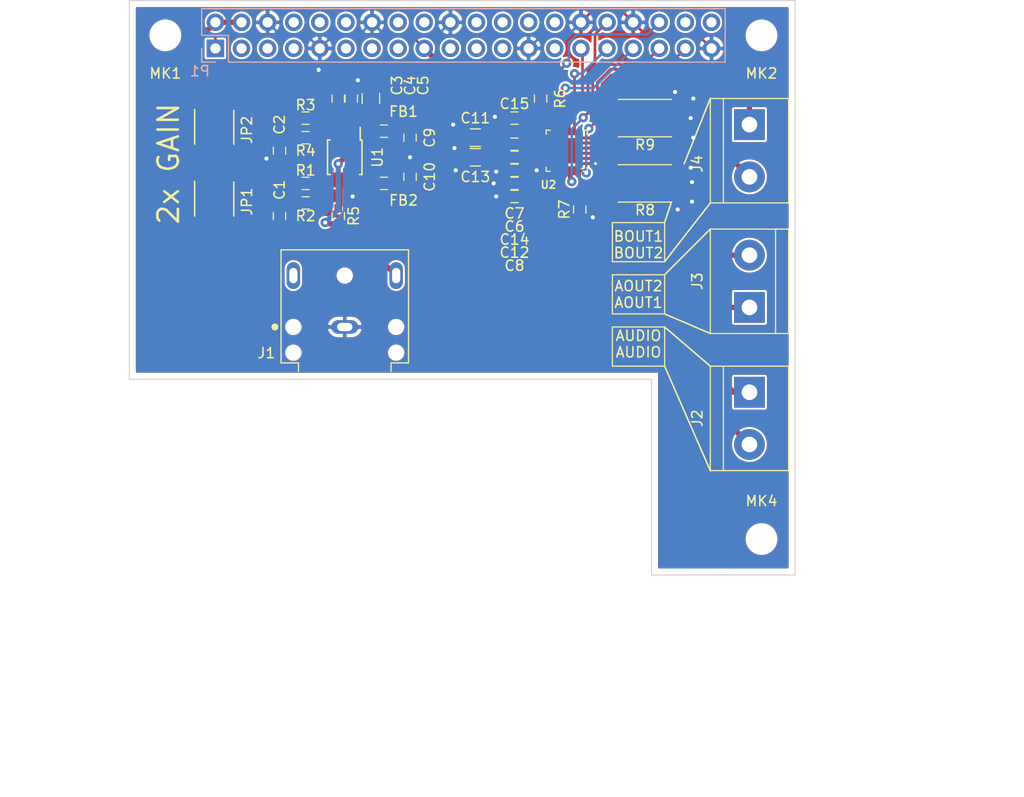
<source format=kicad_pcb>
(kicad_pcb (version 20171130) (host pcbnew "(5.1.6)-1")
  (title_block (date "15 nov 2012"))
  (layers (0 F.Cu signal) (31 B.Cu signal) (34 B.Paste user) (35 F.Paste user) (36 B.SilkS user) (37 F.SilkS user) (38 B.Mask user) (39 F.Mask user) (44 Edge.Cuts user))
  (net 0 "")
  (net 1 +3V3)
  (net 2 +5V)
  (net 3 GND)
  (net 4 /AUD_L)
  (net 5 /AUD_L_C)
  (net 6 /IN-_C)
  (net 7 /VINT)
  (net 8 /AUD_OUTF+)
  (net 9 /AUD_OUTF-)
  (net 10 /VCP)
  (net 11 /AUD_OUT+)
  (net 12 /AUD_OUT-)
  (net 13 "Net-(J1-Pad3)")
  (net 14 /AOUT1)
  (net 15 /AOUT2)
  (net 16 /BOUT1)
  (net 17 /BOUT2)
  (net 18 "Net-(JP1-Pad1)")
  (net 19 "Net-(JP2-Pad1)")
  (net 20 "Net-(P1-Pad3)")
  (net 21 "Net-(P1-Pad5)")
  (net 22 "Net-(P1-Pad7)")
  (net 23 "Net-(P1-Pad8)")
  (net 24 "Net-(P1-Pad10)")
  (net 25 "Net-(P1-Pad11)")
  (net 26 "Net-(P1-Pad12)")
  (net 27 "Net-(P1-Pad13)")
  (net 28 "Net-(P1-Pad15)")
  (net 29 "Net-(P1-Pad16)")
  (net 30 "Net-(P1-Pad18)")
  (net 31 "Net-(P1-Pad19)")
  (net 32 "Net-(P1-Pad21)")
  (net 33 "Net-(P1-Pad22)")
  (net 34 "Net-(P1-Pad23)")
  (net 35 "Net-(P1-Pad24)")
  (net 36 "Net-(P1-Pad26)")
  (net 37 "Net-(P1-Pad27)")
  (net 38 "Net-(P1-Pad28)")
  (net 39 /GPIO5_DIR)
  (net 40 /GPIO6_M0)
  (net 41 "/GPIO12(PWM0)_STEP")
  (net 42 /GPIO13_M1)
  (net 43 /GPIO19_~SLEEP)
  (net 44 /GPIO16_~FAULT)
  (net 45 /GPIO26_DECAY)
  (net 46 "Net-(P1-Pad38)")
  (net 47 "Net-(P1-Pad40)")
  (net 48 /IN+)
  (net 49 /IN-)
  (net 50 /~SD)
  (net 51 /CONFIG)
  (net 52 /AISEN)
  (net 53 /BISEN)
  (net 54 "Net-(U2-Pad23)")
  (net 55 "Net-(U2-Pad19)")
  (net 56 "Net-(U2-Pad7)")
  (module Connectors_Terminal_Blocks:TerminalBlock_bornier-2_P5.08mm (layer F.Cu) (at 260.325 106.185 270)
    (fp_text reference J4 (at 3.81 5.08 90) (layer F.SilkS))
    (fp_text value STEP_2)
    (pad 1 thru_hole rect (at 0 0 270) (size 3 3) (drill 1.52) (layers *.Cu *.Mask) (net 16 /BOUT1))
    (pad 2 thru_hole circle (at 5.08 0 270) (size 3 3) (drill 1.52) (layers *.Cu *.Mask) (net 17 /BOUT2))
  )
  (module KiCad_Offline:CUI_SJ1-3523N (layer F.Cu) (at 220.955 125.87 90)
    (fp_text reference J1 (at -2.54 -7.62) (layer F.SilkS) (effects (font (size 1.000402 1.000402))))
    (fp_text value SJ1-3523N)
    (pad None np_thru_hole circle (at 0 5 90) (size 1.2 1.2) (drill 1.2) (layers *.Cu *.Mask))
    (pad None np_thru_hole circle (at -2.5 5 90) (size 1.2 1.2) (drill 1.2) (layers *.Cu *.Mask))
    (pad None np_thru_hole circle (at 5 0 90) (size 1.2 1.2) (drill 1.2) (layers *.Cu *.Mask))
    (pad None np_thru_hole circle (at 0 -5 90) (size 1.2 1.2) (drill 1.2) (layers *.Cu *.Mask))
    (pad None np_thru_hole circle (at -2.5 -5 90) (size 1.2 1.2) (drill 1.2) (layers *.Cu *.Mask))
    (pad 3 thru_hole oval (at 5 -5 90) (size 2.616 1.308) (drill oval 1.5 0.8) (layers *.Cu *.Mask) (net 13 "Net-(J1-Pad3)"))
    (pad 2 thru_hole oval (at 5 5 90) (size 2.616 1.308) (drill oval 1.5 0.8) (layers *.Cu *.Mask) (net 4 /AUD_L))
    (pad 1 thru_hole oval (at 0 0 90) (size 1.308 2.616) (drill oval 0.8 1.5) (layers *.Cu *.Mask) (net 3 GND))
  )
  (module KiCad_Offline:QFN50P400X400X100-25N (layer F.Cu) (at 242.545 108.725 180)
    (fp_text reference U2 (at 1.778 -3.302) (layer F.SilkS) (effects (font (size 0.743745 0.743745))))
    (fp_text value DRV8834-VQFN)
    (pad 25 smd rect (at 0 0 180) (size 2.45 2.45) (layers F.Cu F.Mask) (net 3 GND))
    (pad 24 smd rect (at -1.25 -1.935 180) (size 0.27 0.86) (layers F.Cu F.Paste F.Mask) (net 45 /GPIO26_DECAY))
    (pad 23 smd rect (at -0.75 -1.935 180) (size 0.27 0.86) (layers F.Cu F.Paste F.Mask) (net 54 "Net-(U2-Pad23)"))
    (pad 22 smd rect (at -0.25 -1.935 180) (size 0.27 0.86) (layers F.Cu F.Paste F.Mask) (net 43 /GPIO19_~SLEEP))
    (pad 21 smd rect (at 0.25 -1.935 180) (size 0.27 0.86) (layers F.Cu F.Paste F.Mask) (net 55 "Net-(U2-Pad19)"))
    (pad 20 smd rect (at 0.75 -1.935 180) (size 0.27 0.86) (layers F.Cu F.Paste F.Mask) (net 55 "Net-(U2-Pad19)"))
    (pad 19 smd rect (at 1.25 -1.935 180) (size 0.27 0.86) (layers F.Cu F.Paste F.Mask) (net 55 "Net-(U2-Pad19)"))
    (pad 18 smd rect (at 1.935 -1.25 180) (size 0.86 0.27) (layers F.Cu F.Paste F.Mask) (net 3 GND))
    (pad 17 smd rect (at 1.935 -0.75 180) (size 0.86 0.27) (layers F.Cu F.Paste F.Mask) (net 7 /VINT))
    (pad 16 smd rect (at 1.935 -0.25 180) (size 0.86 0.27) (layers F.Cu F.Paste F.Mask) (net 2 +5V))
    (pad 15 smd rect (at 1.935 0.25 180) (size 0.86 0.27) (layers F.Cu F.Paste F.Mask) (net 2 +5V))
    (pad 14 smd rect (at 1.935 0.75 180) (size 0.86 0.27) (layers F.Cu F.Paste F.Mask) (net 10 /VCP))
    (pad 13 smd rect (at 1.935 1.25 180) (size 0.86 0.27) (layers F.Cu F.Paste F.Mask) (net 44 /GPIO16_~FAULT))
    (pad 12 smd rect (at 1.25 1.935 180) (size 0.27 0.86) (layers F.Cu F.Paste F.Mask) (net 51 /CONFIG))
    (pad 11 smd rect (at 0.75 1.935 180) (size 0.27 0.86) (layers F.Cu F.Paste F.Mask) (net 42 /GPIO13_M1))
    (pad 10 smd rect (at 0.25 1.935 180) (size 0.27 0.86) (layers F.Cu F.Paste F.Mask) (net 40 /GPIO6_M0))
    (pad 9 smd rect (at -0.25 1.935 180) (size 0.27 0.86) (layers F.Cu F.Paste F.Mask) (net 39 /GPIO5_DIR))
    (pad 8 smd rect (at -0.75 1.935 180) (size 0.27 0.86) (layers F.Cu F.Paste F.Mask) (net 41 "/GPIO12(PWM0)_STEP"))
    (pad 7 smd rect (at -1.25 1.935 180) (size 0.27 0.86) (layers F.Cu F.Paste F.Mask) (net 56 "Net-(U2-Pad7)"))
    (pad 6 smd rect (at -1.935 1.25 180) (size 0.86 0.27) (layers F.Cu F.Paste F.Mask) (net 16 /BOUT1))
    (pad 5 smd rect (at -1.935 0.75 180) (size 0.86 0.27) (layers F.Cu F.Paste F.Mask) (net 53 /BISEN))
    (pad 4 smd rect (at -1.935 0.25 180) (size 0.86 0.27) (layers F.Cu F.Paste F.Mask) (net 17 /BOUT2))
    (pad 3 smd rect (at -1.935 -0.25 180) (size 0.86 0.27) (layers F.Cu F.Paste F.Mask) (net 15 /AOUT2))
    (pad 2 smd rect (at -1.935 -0.75 180) (size 0.86 0.27) (layers F.Cu F.Paste F.Mask) (net 52 /AISEN))
    (pad 1 smd rect (at -1.935 -1.25 180) (size 0.86 0.27) (layers F.Cu F.Paste F.Mask) (net 14 /AOUT1))
  )
  (module Housings_SSOP:MSOP-8_3x3mm_Pitch0.65mm (layer F.Cu) (at 220.955 109.36 270)
    (fp_text reference U1 (at 0 -3.175 90) (layer F.SilkS))
    (fp_text value PAM8303AAD)
    (pad 1 smd rect (at -2.2 -0.975 270) (size 1.45 0.45) (layers F.Cu F.Paste F.Mask) (net 11 /AUD_OUT+))
    (pad 2 smd rect (at -2.2 -0.325 270) (size 1.45 0.45) (layers F.Cu F.Paste F.Mask) (net 2 +5V))
    (pad 3 smd rect (at -2.2 0.325 270) (size 1.45 0.45) (layers F.Cu F.Paste F.Mask) (net 2 +5V))
    (pad 4 smd rect (at -2.2 0.975 270) (size 1.45 0.45) (layers F.Cu F.Paste F.Mask) (net 49 /IN-))
    (pad 5 smd rect (at 2.2 0.975 270) (size 1.45 0.45) (layers F.Cu F.Paste F.Mask) (net 48 /IN+))
    (pad 6 smd rect (at 2.2 0.325 270) (size 1.45 0.45) (layers F.Cu F.Paste F.Mask) (net 50 /~SD))
    (pad 7 smd rect (at 2.2 -0.325 270) (size 1.45 0.45) (layers F.Cu F.Paste F.Mask) (net 3 GND))
    (pad 8 smd rect (at 2.2 -0.975 270) (size 1.45 0.45) (layers F.Cu F.Paste F.Mask) (net 12 /AUD_OUT-))
  )
  (module Resistors_SMD:R_2512 (layer F.Cu) (at 250.165 105.55 180)
    (fp_text reference R9 (at 0 -2.6) (layer F.SilkS))
    (fp_text value 0.5)
    (pad 1 smd rect (at -3.1 0 180) (size 1 3.2) (layers F.Cu F.Paste F.Mask) (net 3 GND))
    (pad 2 smd rect (at 3.1 0 180) (size 1 3.2) (layers F.Cu F.Paste F.Mask) (net 53 /BISEN))
  )
  (module Resistors_SMD:R_2512 (layer F.Cu) (at 250.165 111.9 180)
    (fp_text reference R8 (at 0 -2.6) (layer F.SilkS))
    (fp_text value 0.5)
    (pad 1 smd rect (at -3.1 0 180) (size 1 3.2) (layers F.Cu F.Paste F.Mask) (net 3 GND))
    (pad 2 smd rect (at 3.1 0 180) (size 1 3.2) (layers F.Cu F.Paste F.Mask) (net 52 /AISEN))
  )
  (module Capacitors_SMD:C_0603 (layer F.Cu) (at 243.815 114.44 90)
    (fp_text reference R7 (at 0 -1.5 90) (layer F.SilkS))
    (fp_text value 51k)
    (pad 2 smd rect (at 0.75 0 90) (size 0.8 0.75) (layers F.Cu F.Paste F.Mask) (net 45 /GPIO26_DECAY))
    (pad 1 smd rect (at -0.75 0 90) (size 0.8 0.75) (layers F.Cu F.Paste F.Mask) (net 3 GND))
  )
  (module Capacitors_SMD:C_0603 (layer F.Cu) (at 240.005 103.645 90)
    (fp_text reference R6 (at 0 1.905 90) (layer F.SilkS))
    (fp_text value 51k)
    (pad 2 smd rect (at 0.75 0 90) (size 0.8 0.75) (layers F.Cu F.Paste F.Mask) (net 1 +3V3))
    (pad 1 smd rect (at -0.75 0 90) (size 0.8 0.75) (layers F.Cu F.Paste F.Mask) (net 51 /CONFIG))
  )
  (module Capacitors_SMD:C_0603 (layer F.Cu) (at 220.32 115.075 270)
    (fp_text reference R5 (at 0 -1.5 90) (layer F.SilkS))
    (fp_text value 51k)
    (pad 2 smd rect (at 0.75 0 270) (size 0.8 0.75) (layers F.Cu F.Paste F.Mask) (net 2 +5V))
    (pad 1 smd rect (at -0.75 0 270) (size 0.8 0.75) (layers F.Cu F.Paste F.Mask) (net 50 /~SD))
  )
  (module Capacitors_SMD:C_0603 (layer F.Cu) (at 217.145 107.455 180)
    (fp_text reference R4 (at 0 -1.27) (layer F.SilkS))
    (fp_text value 150k)
    (pad 2 smd rect (at 0.75 0 180) (size 0.8 0.75) (layers F.Cu F.Paste F.Mask) (net 6 /IN-_C))
    (pad 1 smd rect (at -0.75 0 180) (size 0.8 0.75) (layers F.Cu F.Paste F.Mask) (net 49 /IN-))
  )
  (module Capacitors_SMD:C_0603 (layer F.Cu) (at 217.145 105.55 180)
    (fp_text reference R3 (at 0 1.27) (layer F.SilkS))
    (fp_text value 150k)
    (pad 2 smd rect (at 0.75 0 180) (size 0.8 0.75) (layers F.Cu F.Paste F.Mask) (net 19 "Net-(JP2-Pad1)"))
    (pad 1 smd rect (at -0.75 0 180) (size 0.8 0.75) (layers F.Cu F.Paste F.Mask) (net 49 /IN-))
  )
  (module Capacitors_SMD:C_0603 (layer F.Cu) (at 217.145 113.805 180)
    (fp_text reference R2 (at 0 -1.27) (layer F.SilkS))
    (fp_text value 150k)
    (pad 2 smd rect (at 0.75 0 180) (size 0.8 0.75) (layers F.Cu F.Paste F.Mask) (net 5 /AUD_L_C))
    (pad 1 smd rect (at -0.75 0 180) (size 0.8 0.75) (layers F.Cu F.Paste F.Mask) (net 48 /IN+))
  )
  (module Capacitors_SMD:C_0603 (layer F.Cu) (at 217.145 111.9 180)
    (fp_text reference R1 (at 0 1.27) (layer F.SilkS))
    (fp_text value 150k)
    (pad 2 smd rect (at 0.75 0 180) (size 0.8 0.75) (layers F.Cu F.Paste F.Mask) (net 18 "Net-(JP1-Pad1)"))
    (pad 1 smd rect (at -0.75 0 180) (size 0.8 0.75) (layers F.Cu F.Paste F.Mask) (net 48 /IN+))
  )
  (module Mounting_Holes:MountingHole_2.7mm_M2.5 (layer F.Cu) (at 261.5 146.5)
    (fp_text reference MK4 (at 0 -3.7) (layer F.SilkS))
    (fp_text value M2.5)
    (pad 1 np_thru_hole circle (at 0 0) (size 2.7 2.7) (drill 2.7) (layers *.Cu *.Mask))
  )
  (module Mounting_Holes:MountingHole_2.7mm_M2.5 (layer F.Cu) (at 261.5 97.5 180)
    (fp_text reference MK2 (at 0 -3.7) (layer F.SilkS))
    (fp_text value M2.5)
    (pad 1 np_thru_hole circle (at 0 0 180) (size 2.7 2.7) (drill 2.7) (layers *.Cu *.Mask))
  )
  (module Mounting_Holes:MountingHole_2.7mm_M2.5 (layer F.Cu) (at 203.5 97.5 180)
    (fp_text reference MK1 (at 0 -3.7) (layer F.SilkS))
    (fp_text value M2.5)
    (pad 1 np_thru_hole circle (at 0 0 180) (size 2.7 2.7) (drill 2.7) (layers *.Cu *.Mask))
  )
  (module UserFootprints:Inductor_SMD_3.0mm_x_3.0mm (layer F.Cu) (at 208.255 106.185 270)
    (fp_text reference JP2 (at 0.508 -3.175 270) (layer F.SilkS))
    (fp_text value SolderJumper_2_Open)
    (pad 2 smd rect (at 1.524 0 270) (size 2 3.5) (layers F.Cu F.Paste F.Mask) (net 6 /IN-_C))
    (pad 1 smd rect (at -1 0 270) (size 2 3.5) (layers F.Cu F.Paste F.Mask) (net 19 "Net-(JP2-Pad1)"))
  )
  (module UserFootprints:Inductor_SMD_3.0mm_x_3.0mm (layer F.Cu) (at 208.255 113.17 270)
    (fp_text reference JP1 (at 0.508 -3.175 90) (layer F.SilkS))
    (fp_text value SolderJumper_2_Open)
    (pad 2 smd rect (at 1.524 0 270) (size 2 3.5) (layers F.Cu F.Paste F.Mask) (net 5 /AUD_L_C))
    (pad 1 smd rect (at -1 0 270) (size 2 3.5) (layers F.Cu F.Paste F.Mask) (net 18 "Net-(JP1-Pad1)"))
  )
  (module Connectors_Terminal_Blocks:TerminalBlock_bornier-2_P5.08mm (layer F.Cu) (at 260.325 123.965 90)
    (fp_text reference J3 (at 2.54 -5.08 90) (layer F.SilkS))
    (fp_text value STEP_1)
    (pad 1 thru_hole rect (at 0 0 90) (size 3 3) (drill 1.52) (layers *.Cu *.Mask) (net 14 /AOUT1))
    (pad 2 thru_hole circle (at 5.08 0 90) (size 3 3) (drill 1.52) (layers *.Cu *.Mask) (net 15 /AOUT2))
  )
  (module Connectors_Terminal_Blocks:TerminalBlock_bornier-2_P5.08mm (layer F.Cu) (at 260.325 132.22 270)
    (fp_text reference J2 (at 2.54 5.08 90) (layer F.SilkS))
    (fp_text value SPEAKER)
    (pad 1 thru_hole rect (at 0 0 270) (size 3 3) (drill 1.52) (layers *.Cu *.Mask) (net 8 /AUD_OUTF+))
    (pad 2 thru_hole circle (at 5.08 0 270) (size 3 3) (drill 1.52) (layers *.Cu *.Mask) (net 9 /AUD_OUTF-))
  )
  (module Capacitors_SMD:C_0603 (layer F.Cu) (at 224.765 111.9 180)
    (fp_text reference FB2 (at -1.905 -1.651) (layer F.SilkS))
    (fp_text value Ferrite_Bead_Small)
    (pad 2 smd rect (at 0.75 0 180) (size 0.8 0.75) (layers F.Cu F.Paste F.Mask) (net 12 /AUD_OUT-))
    (pad 1 smd rect (at -0.75 0 180) (size 0.8 0.75) (layers F.Cu F.Paste F.Mask) (net 9 /AUD_OUTF-))
  )
  (module Capacitors_SMD:C_0603 (layer F.Cu) (at 224.765 106.82 180)
    (fp_text reference FB1 (at -1.905 1.905) (layer F.SilkS))
    (fp_text value Ferrite_Bead_Small)
    (pad 2 smd rect (at 0.75 0 180) (size 0.8 0.75) (layers F.Cu F.Paste F.Mask) (net 11 /AUD_OUT+))
    (pad 1 smd rect (at -0.75 0 180) (size 0.8 0.75) (layers F.Cu F.Paste F.Mask) (net 8 /AUD_OUTF+))
  )
  (module Capacitors_SMD:C_0603 (layer F.Cu) (at 237.465 105.55 180)
    (fp_text reference C15 (at 0 1.397) (layer F.SilkS))
    (fp_text value 0.01uF)
    (pad 2 smd rect (at 0.75 0 180) (size 0.8 0.75) (layers F.Cu F.Paste F.Mask) (net 3 GND))
    (pad 1 smd rect (at -0.75 0 180) (size 0.8 0.75) (layers F.Cu F.Paste F.Mask) (net 10 /VCP))
  )
  (module Capacitors_SMD:C_0603 (layer F.Cu) (at 237.465 110.63 180)
    (fp_text reference C14 (at 0 -6.731) (layer F.SilkS))
    (fp_text value 1uF)
    (pad 2 smd rect (at 0.75 0 180) (size 0.8 0.75) (layers F.Cu F.Paste F.Mask) (net 3 GND))
    (pad 1 smd rect (at -0.75 0 180) (size 0.8 0.75) (layers F.Cu F.Paste F.Mask) (net 7 /VINT))
  )
  (module Capacitors_SMD:C_0805 (layer F.Cu) (at 233.655 109.36 180)
    (fp_text reference C13 (at 0 -1.905) (layer F.SilkS))
    (fp_text value 10uF)
    (pad 1 smd rect (at -1 0 180) (size 1 1.25) (layers F.Cu F.Paste F.Mask) (net 2 +5V))
    (pad 2 smd rect (at 1 0 180) (size 1 1.25) (layers F.Cu F.Paste F.Mask) (net 3 GND))
  )
  (module Capacitors_SMD:C_0603 (layer F.Cu) (at 237.465 111.9 180)
    (fp_text reference C12 (at 0 -6.731) (layer F.SilkS))
    (fp_text value 1uF)
    (pad 2 smd rect (at 0.75 0 180) (size 0.8 0.75) (layers F.Cu F.Paste F.Mask) (net 3 GND))
    (pad 1 smd rect (at -0.75 0 180) (size 0.8 0.75) (layers F.Cu F.Paste F.Mask) (net 7 /VINT))
  )
  (module Capacitors_SMD:C_0805 (layer F.Cu) (at 233.655 107.455 180)
    (fp_text reference C11 (at 0 1.905) (layer F.SilkS))
    (fp_text value 10uF)
    (pad 1 smd rect (at -1 0 180) (size 1 1.25) (layers F.Cu F.Paste F.Mask) (net 2 +5V))
    (pad 2 smd rect (at 1 0 180) (size 1 1.25) (layers F.Cu F.Paste F.Mask) (net 3 GND))
  )
  (module Capacitors_SMD:C_0603 (layer F.Cu) (at 227.305 111.265 270)
    (fp_text reference C10 (at 0 -1.905 90) (layer F.SilkS))
    (fp_text value 200pF)
    (pad 2 smd rect (at 0.75 0 270) (size 0.8 0.75) (layers F.Cu F.Paste F.Mask) (net 9 /AUD_OUTF-))
    (pad 1 smd rect (at -0.75 0 270) (size 0.8 0.75) (layers F.Cu F.Paste F.Mask) (net 3 GND))
  )
  (module Capacitors_SMD:C_0603 (layer F.Cu) (at 227.305 107.455 270)
    (fp_text reference C9 (at 0 -1.905 90) (layer F.SilkS))
    (fp_text value 200pF)
    (pad 2 smd rect (at 0.75 0 270) (size 0.8 0.75) (layers F.Cu F.Paste F.Mask) (net 3 GND))
    (pad 1 smd rect (at -0.75 0 270) (size 0.8 0.75) (layers F.Cu F.Paste F.Mask) (net 8 /AUD_OUTF+))
  )
  (module Capacitors_SMD:C_0603 (layer F.Cu) (at 237.465 113.17 180)
    (fp_text reference C8 (at 0 -6.731) (layer F.SilkS))
    (fp_text value 1uF)
    (pad 2 smd rect (at 0.75 0 180) (size 0.8 0.75) (layers F.Cu F.Paste F.Mask) (net 3 GND))
    (pad 1 smd rect (at -0.75 0 180) (size 0.8 0.75) (layers F.Cu F.Paste F.Mask) (net 7 /VINT))
  )
  (module Capacitors_SMD:C_0603 (layer F.Cu) (at 237.465 108.09 180)
    (fp_text reference C7 (at 0 -6.731) (layer F.SilkS))
    (fp_text value 0.1uF)
    (pad 2 smd rect (at 0.75 0 180) (size 0.8 0.75) (layers F.Cu F.Paste F.Mask) (net 3 GND))
    (pad 1 smd rect (at -0.75 0 180) (size 0.8 0.75) (layers F.Cu F.Paste F.Mask) (net 2 +5V))
  )
  (module Capacitors_SMD:C_0603 (layer F.Cu) (at 237.465 109.36 180)
    (fp_text reference C6 (at 0 -6.731) (layer F.SilkS))
    (fp_text value 0.1uF)
    (pad 2 smd rect (at 0.75 0 180) (size 0.8 0.75) (layers F.Cu F.Paste F.Mask) (net 3 GND))
    (pad 1 smd rect (at -0.75 0 180) (size 0.8 0.75) (layers F.Cu F.Paste F.Mask) (net 2 +5V))
  )
  (module Capacitors_SMD:C_0805 (layer F.Cu) (at 223.495 103.645 90)
    (fp_text reference C5 (at 1.27 5.08 90) (layer F.SilkS))
    (fp_text value 10uF)
    (pad 1 smd rect (at -1 0 90) (size 1 1.25) (layers F.Cu F.Paste F.Mask) (net 2 +5V))
    (pad 2 smd rect (at 1 0 90) (size 1 1.25) (layers F.Cu F.Paste F.Mask) (net 3 GND))
  )
  (module Capacitors_SMD:C_0603 (layer F.Cu) (at 221.59 103.645 90)
    (fp_text reference C4 (at 1.27 5.715 90) (layer F.SilkS))
    (fp_text value 1uF)
    (pad 2 smd rect (at 0.75 0 90) (size 0.8 0.75) (layers F.Cu F.Paste F.Mask) (net 3 GND))
    (pad 1 smd rect (at -0.75 0 90) (size 0.8 0.75) (layers F.Cu F.Paste F.Mask) (net 2 +5V))
  )
  (module Capacitors_SMD:C_0603 (layer F.Cu) (at 220.32 103.645 90)
    (fp_text reference C3 (at 1.27 5.715 90) (layer F.SilkS))
    (fp_text value 1uF)
    (pad 2 smd rect (at 0.75 0 90) (size 0.8 0.75) (layers F.Cu F.Paste F.Mask) (net 3 GND))
    (pad 1 smd rect (at -0.75 0 90) (size 0.8 0.75) (layers F.Cu F.Paste F.Mask) (net 2 +5V))
  )
  (module Capacitors_SMD:C_0603 (layer F.Cu) (at 214.605 108.725 270)
    (fp_text reference C2 (at -2.54 0 90) (layer F.SilkS))
    (fp_text value 0.01uF)
    (pad 2 smd rect (at 0.75 0 270) (size 0.8 0.75) (layers F.Cu F.Paste F.Mask) (net 3 GND))
    (pad 1 smd rect (at -0.75 0 270) (size 0.8 0.75) (layers F.Cu F.Paste F.Mask) (net 6 /IN-_C))
  )
  (module Capacitors_SMD:C_0603 (layer F.Cu) (at 214.605 115.075 270)
    (fp_text reference C1 (at -2.54 0 90) (layer F.SilkS))
    (fp_text value 0.01uF)
    (pad 2 smd rect (at 0.75 0 270) (size 0.8 0.75) (layers F.Cu F.Paste F.Mask) (net 4 /AUD_L))
    (pad 1 smd rect (at -0.75 0 270) (size 0.8 0.75) (layers F.Cu F.Paste F.Mask) (net 5 /AUD_L_C))
  )
  (module Connector_PinSocket_2.54mm:PinSocket_2x20_P2.54mm_Vertical (layer B.Cu) (at 208.37 98.77 270)
    (fp_text reference P1 (at 2.208 1.512) (layer B.SilkS) (effects (justify mirror)))
    (fp_text value Conn_02x20_Odd_Even)
    (pad 1 thru_hole rect (at 0 0 270) (size 1.7 1.7) (drill 1) (layers *.Cu *.Mask) (net 1 +3V3))
    (pad 2 thru_hole oval (at -2.54 0 270) (size 1.7 1.7) (drill 1) (layers *.Cu *.Mask) (net 2 +5V))
    (pad 3 thru_hole oval (at 0 -2.54 270) (size 1.7 1.7) (drill 1) (layers *.Cu *.Mask) (net 20 "Net-(P1-Pad3)"))
    (pad 4 thru_hole oval (at -2.54 -2.54 270) (size 1.7 1.7) (drill 1) (layers *.Cu *.Mask) (net 2 +5V))
    (pad 5 thru_hole oval (at 0 -5.08 270) (size 1.7 1.7) (drill 1) (layers *.Cu *.Mask) (net 21 "Net-(P1-Pad5)"))
    (pad 6 thru_hole oval (at -2.54 -5.08 270) (size 1.7 1.7) (drill 1) (layers *.Cu *.Mask) (net 3 GND))
    (pad 7 thru_hole oval (at 0 -7.62 270) (size 1.7 1.7) (drill 1) (layers *.Cu *.Mask) (net 22 "Net-(P1-Pad7)"))
    (pad 8 thru_hole oval (at -2.54 -7.62 270) (size 1.7 1.7) (drill 1) (layers *.Cu *.Mask) (net 23 "Net-(P1-Pad8)"))
    (pad 9 thru_hole oval (at 0 -10.16 270) (size 1.7 1.7) (drill 1) (layers *.Cu *.Mask) (net 3 GND))
    (pad 10 thru_hole oval (at -2.54 -10.16 270) (size 1.7 1.7) (drill 1) (layers *.Cu *.Mask) (net 24 "Net-(P1-Pad10)"))
    (pad 11 thru_hole oval (at 0 -12.7 270) (size 1.7 1.7) (drill 1) (layers *.Cu *.Mask) (net 25 "Net-(P1-Pad11)"))
    (pad 12 thru_hole oval (at -2.54 -12.7 270) (size 1.7 1.7) (drill 1) (layers *.Cu *.Mask) (net 26 "Net-(P1-Pad12)"))
    (pad 13 thru_hole oval (at 0 -15.24 270) (size 1.7 1.7) (drill 1) (layers *.Cu *.Mask) (net 27 "Net-(P1-Pad13)"))
    (pad 14 thru_hole oval (at -2.54 -15.24 270) (size 1.7 1.7) (drill 1) (layers *.Cu *.Mask) (net 3 GND))
    (pad 15 thru_hole oval (at 0 -17.78 270) (size 1.7 1.7) (drill 1) (layers *.Cu *.Mask) (net 28 "Net-(P1-Pad15)"))
    (pad 16 thru_hole oval (at -2.54 -17.78 270) (size 1.7 1.7) (drill 1) (layers *.Cu *.Mask) (net 29 "Net-(P1-Pad16)"))
    (pad 17 thru_hole oval (at 0 -20.32 270) (size 1.7 1.7) (drill 1) (layers *.Cu *.Mask) (net 1 +3V3))
    (pad 18 thru_hole oval (at -2.54 -20.32 270) (size 1.7 1.7) (drill 1) (layers *.Cu *.Mask) (net 30 "Net-(P1-Pad18)"))
    (pad 19 thru_hole oval (at 0 -22.86 270) (size 1.7 1.7) (drill 1) (layers *.Cu *.Mask) (net 31 "Net-(P1-Pad19)"))
    (pad 20 thru_hole oval (at -2.54 -22.86 270) (size 1.7 1.7) (drill 1) (layers *.Cu *.Mask) (net 3 GND))
    (pad 21 thru_hole oval (at 0 -25.4 270) (size 1.7 1.7) (drill 1) (layers *.Cu *.Mask) (net 32 "Net-(P1-Pad21)"))
    (pad 22 thru_hole oval (at -2.54 -25.4 270) (size 1.7 1.7) (drill 1) (layers *.Cu *.Mask) (net 33 "Net-(P1-Pad22)"))
    (pad 23 thru_hole oval (at 0 -27.94 270) (size 1.7 1.7) (drill 1) (layers *.Cu *.Mask) (net 34 "Net-(P1-Pad23)"))
    (pad 24 thru_hole oval (at -2.54 -27.94 270) (size 1.7 1.7) (drill 1) (layers *.Cu *.Mask) (net 35 "Net-(P1-Pad24)"))
    (pad 25 thru_hole oval (at 0 -30.48 270) (size 1.7 1.7) (drill 1) (layers *.Cu *.Mask) (net 3 GND))
    (pad 26 thru_hole oval (at -2.54 -30.48 270) (size 1.7 1.7) (drill 1) (layers *.Cu *.Mask) (net 36 "Net-(P1-Pad26)"))
    (pad 27 thru_hole oval (at 0 -33.02 270) (size 1.7 1.7) (drill 1) (layers *.Cu *.Mask) (net 37 "Net-(P1-Pad27)"))
    (pad 28 thru_hole oval (at -2.54 -33.02 270) (size 1.7 1.7) (drill 1) (layers *.Cu *.Mask) (net 38 "Net-(P1-Pad28)"))
    (pad 29 thru_hole oval (at 0 -35.56 270) (size 1.7 1.7) (drill 1) (layers *.Cu *.Mask) (net 39 /GPIO5_DIR))
    (pad 30 thru_hole oval (at -2.54 -35.56 270) (size 1.7 1.7) (drill 1) (layers *.Cu *.Mask) (net 3 GND))
    (pad 31 thru_hole oval (at 0 -38.1 270) (size 1.7 1.7) (drill 1) (layers *.Cu *.Mask) (net 40 /GPIO6_M0))
    (pad 32 thru_hole oval (at -2.54 -38.1 270) (size 1.7 1.7) (drill 1) (layers *.Cu *.Mask) (net 41 "/GPIO12(PWM0)_STEP"))
    (pad 33 thru_hole oval (at 0 -40.64 270) (size 1.7 1.7) (drill 1) (layers *.Cu *.Mask) (net 42 /GPIO13_M1))
    (pad 34 thru_hole oval (at -2.54 -40.64 270) (size 1.7 1.7) (drill 1) (layers *.Cu *.Mask) (net 3 GND))
    (pad 35 thru_hole oval (at 0 -43.18 270) (size 1.7 1.7) (drill 1) (layers *.Cu *.Mask) (net 43 /GPIO19_~SLEEP))
    (pad 36 thru_hole oval (at -2.54 -43.18 270) (size 1.7 1.7) (drill 1) (layers *.Cu *.Mask) (net 44 /GPIO16_~FAULT))
    (pad 37 thru_hole oval (at 0 -45.72 270) (size 1.7 1.7) (drill 1) (layers *.Cu *.Mask) (net 45 /GPIO26_DECAY))
    (pad 38 thru_hole oval (at -2.54 -45.72 270) (size 1.7 1.7) (drill 1) (layers *.Cu *.Mask) (net 46 "Net-(P1-Pad38)"))
    (pad 39 thru_hole oval (at 0 -48.26 270) (size 1.7 1.7) (drill 1) (layers *.Cu *.Mask) (net 3 GND))
    (pad 40 thru_hole oval (at -2.54 -48.26 270) (size 1.7 1.7) (drill 1) (layers *.Cu *.Mask) (net 47 "Net-(P1-Pad40)"))
  )
  (gr_text "2x GAIN" (at 203.81 109.995 90) (layer F.SilkS) (effects (font (size 2 2) (thickness 0.25))))
  (gr_line (start 256.515 103.645) (end 253.975 109.995) (layer F.SilkS) (width 0.15))
  (gr_line (start 252.07 115.71) (end 252.705 113.805) (layer F.SilkS) (width 0.15))
  (gr_line (start 252.07 129.68) (end 256.515 139.84) (layer F.SilkS) (width 0.15))
  (gr_line (start 252.07 125.87) (end 256.515 129.68) (layer F.SilkS) (width 0.15))
  (gr_line (start 252.07 124.6) (end 256.515 126.505) (layer F.SilkS) (width 0.15))
  (gr_line (start 252.07 120.79) (end 256.515 116.345) (layer F.SilkS) (width 0.15))
  (gr_line (start 252.07 119.52) (end 256.515 113.805) (layer F.SilkS) (width 0.15))
  (gr_line (start 246.99 125.87) (end 246.99 129.68) (layer F.SilkS) (width 0.12))
  (gr_line (start 252.07 125.87) (end 246.99 125.87) (layer F.SilkS) (width 0.12))
  (gr_line (start 246.99 129.68) (end 252.07 129.68) (layer F.SilkS) (width 0.12))
  (gr_line (start 252.07 129.68) (end 252.07 125.87) (layer F.SilkS) (width 0.12))
  (gr_line (start 252.07 120.79) (end 246.99 120.79) (layer F.SilkS) (width 0.12))
  (gr_line (start 252.07 124.6) (end 252.07 120.79) (layer F.SilkS) (width 0.12))
  (gr_line (start 246.99 120.79) (end 246.99 124.6) (layer F.SilkS) (width 0.12))
  (gr_line (start 246.99 124.6) (end 252.07 124.6) (layer F.SilkS) (width 0.12))
  (gr_line (start 252.07 115.71) (end 246.99 115.71) (layer F.SilkS) (width 0.12))
  (gr_line (start 252.07 119.52) (end 252.07 115.71) (layer F.SilkS) (width 0.12))
  (gr_line (start 246.99 119.52) (end 252.07 119.52) (layer F.SilkS) (width 0.12))
  (gr_line (start 246.99 115.71) (end 246.99 119.52) (layer F.SilkS) (width 0.12))
  (gr_text "BOUT1\nBOUT2\n\nAOUT2\nAOUT1\n\nAUDIO\nAUDIO" (at 249.53 122.695) (layer F.SilkS) (effects (font (size 1 1))))
  (gr_line (start 250.8 150) (end 264.77 149.991222) (layer Edge.Cuts) (width 0.1))
  (gr_line (start 200 130.95) (end 250.8 130.95) (layer Edge.Cuts) (width 0.1))
  (gr_line (start 250.8 130.95) (end 250.8 150) (layer Edge.Cuts) (width 0.1))
  (gr_line (start 200 94.12) (end 200 130.95) (layer Edge.Cuts) (width 0.1))
  (gr_line (start 264.77 94.12) (end 200 94.12) (layer Edge.Cuts) (width 0.1))
  (gr_line (start 264.77 149.991222) (end 264.77 94.12) (layer Edge.Cuts) (width 0.1))
  (segment (start 228.69 98.77) (end 232.815 102.895) (width 0.508) (layer F.Cu) (net 1))
  (segment (start 208.628999 97.407001) (end 227.327001 97.407001) (width 0.254) (layer F.Cu) (net 1))
  (segment (start 227.327001 97.407001) (end 228.69 98.77) (width 0.254) (layer F.Cu) (net 1))
  (segment (start 208.37 97.666) (end 208.628999 97.407001) (width 0.254) (layer F.Cu) (net 1))
  (segment (start 208.37 98.77) (end 208.37 97.666) (width 0.254) (layer F.Cu) (net 1))
  (segment (start 232.815 102.895) (end 240.005 102.895) (width 0.508) (layer F.Cu) (net 1))
  (segment (start 221.28 104.705) (end 221.59 104.395) (width 0.254) (layer F.Cu) (net 2))
  (segment (start 221.28 107.16) (end 221.28 104.705) (width 0.254) (layer F.Cu) (net 2))
  (segment (start 220.63 104.705) (end 220.32 104.395) (width 0.254) (layer F.Cu) (net 2))
  (segment (start 220.63 107.16) (end 220.63 104.705) (width 0.254) (layer F.Cu) (net 2))
  (segment (start 238.215 108.09) (end 238.215 109.36) (width 0.508) (layer F.Cu) (net 2))
  (segment (start 234.655 109.36) (end 234.655 107.455) (width 0.508) (layer F.Cu) (net 2))
  (segment (start 237.846 106.82) (end 238.215 107.189) (width 0.508) (layer F.Cu) (net 2))
  (segment (start 238.215 107.189) (end 238.215 108.09) (width 0.508) (layer F.Cu) (net 2))
  (segment (start 234.655 107.455) (end 235.29 106.82) (width 0.508) (layer F.Cu) (net 2))
  (segment (start 235.29 106.82) (end 237.846 106.82) (width 0.508) (layer F.Cu) (net 2))
  (segment (start 238.6 108.975) (end 238.215 109.36) (width 0.254) (layer F.Cu) (net 2))
  (segment (start 240.61 108.975) (end 238.6 108.975) (width 0.254) (layer F.Cu) (net 2))
  (segment (start 238.6 108.475) (end 238.215 108.09) (width 0.254) (layer F.Cu) (net 2))
  (segment (start 240.61 108.475) (end 238.6 108.475) (width 0.254) (layer F.Cu) (net 2))
  (segment (start 208.37 96.23) (end 210.91 96.23) (width 0.508) (layer F.Cu) (net 2))
  (segment (start 211.477798 104.395) (end 220.32 104.395) (width 0.508) (layer F.Cu) (net 2))
  (segment (start 206.985 99.902202) (end 211.477798 104.395) (width 0.508) (layer F.Cu) (net 2))
  (segment (start 208.37 96.23) (end 206.985 97.615) (width 0.508) (layer F.Cu) (net 2))
  (segment (start 206.985 97.615) (end 206.985 99.902202) (width 0.508) (layer F.Cu) (net 2))
  (segment (start 223.495 104.645) (end 233.385 104.645) (width 0.508) (layer F.Cu) (net 2))
  (segment (start 234.655 105.915) (end 234.655 107.455) (width 0.508) (layer F.Cu) (net 2))
  (segment (start 233.385 104.645) (end 234.655 105.915) (width 0.508) (layer F.Cu) (net 2))
  (via (at 219.05 115.71) (size 0.9) (drill 0.4) (layers F.Cu B.Cu) (net 2))
  (segment (start 220.32 115.825) (end 219.165 115.825) (width 0.508) (layer F.Cu) (net 2))
  (segment (start 219.165 115.825) (end 219.05 115.71) (width 0.508) (layer F.Cu) (net 2))
  (via (at 220.32 109.995) (size 0.9) (drill 0.4) (layers F.Cu B.Cu) (net 2))
  (segment (start 219.05 115.71) (end 220.32 114.44) (width 0.508) (layer B.Cu) (net 2))
  (segment (start 220.32 114.44) (end 220.32 109.995) (width 0.508) (layer B.Cu) (net 2))
  (segment (start 220.32 109.995) (end 220.955 109.36) (width 0.508) (layer F.Cu) (net 2))
  (segment (start 220.955 107.485) (end 220.659008 107.189008) (width 0.508) (layer F.Cu) (net 2))
  (segment (start 220.955 109.36) (end 220.955 107.485) (width 0.508) (layer F.Cu) (net 2))
  (segment (start 221.84 104.645) (end 221.59 104.395) (width 0.508) (layer F.Cu) (net 2))
  (segment (start 223.495 104.645) (end 221.84 104.645) (width 0.508) (layer F.Cu) (net 2))
  (segment (start 221.59 104.395) (end 220.32 104.395) (width 0.508) (layer F.Cu) (net 2))
  (via (at 227.305 109.36) (size 0.9) (drill 0.4) (layers F.Cu B.Cu) (net 3))
  (segment (start 227.305 108.205) (end 227.305 109.106) (width 0.508) (layer F.Cu) (net 3))
  (segment (start 227.305 109.106) (end 227.305 110.515) (width 0.508) (layer F.Cu) (net 3))
  (via (at 213.335 109.487) (size 0.9) (drill 0.4) (layers F.Cu B.Cu) (net 3))
  (segment (start 214.605 109.475) (end 213.347 109.475) (width 0.508) (layer F.Cu) (net 3))
  (segment (start 213.347 109.475) (end 213.335 109.487) (width 0.508) (layer F.Cu) (net 3))
  (segment (start 220.32 102.895) (end 221.59 102.895) (width 0.508) (layer F.Cu) (net 3))
  (segment (start 223.245 102.895) (end 223.495 102.645) (width 0.508) (layer F.Cu) (net 3))
  (segment (start 221.59 102.895) (end 223.245 102.895) (width 0.508) (layer F.Cu) (net 3))
  (via (at 222.225 101.867) (size 0.9) (drill 0.4) (layers F.Cu B.Cu) (net 3))
  (segment (start 223.495 102.645) (end 223.003 102.645) (width 0.508) (layer F.Cu) (net 3))
  (segment (start 223.003 102.645) (end 222.225 101.867) (width 0.508) (layer F.Cu) (net 3))
  (segment (start 231.639 108.487) (end 231.623 108.471) (width 0.508) (layer F.Cu) (net 3))
  (segment (start 232.655 108.487) (end 231.639 108.487) (width 0.508) (layer F.Cu) (net 3))
  (segment (start 232.655 107.455) (end 232.655 108.487) (width 0.508) (layer F.Cu) (net 3))
  (via (at 231.623 108.471) (size 0.9) (drill 0.4) (layers F.Cu B.Cu) (net 3))
  (segment (start 232.655 108.487) (end 232.655 109.36) (width 0.508) (layer F.Cu) (net 3))
  (segment (start 240.61 109.975) (end 240.152 109.975) (width 0.254) (layer F.Cu) (net 3))
  (segment (start 240.152 109.975) (end 239.624 110.503) (width 0.254) (layer F.Cu) (net 3))
  (via (at 239.624 110.63) (size 0.9) (drill 0.4) (layers F.Cu B.Cu) (net 3))
  (segment (start 239.624 110.503) (end 239.624 110.63) (width 0.254) (layer F.Cu) (net 3))
  (segment (start 236.715 108.09) (end 236.715 109.36) (width 0.508) (layer F.Cu) (net 3))
  (segment (start 236.715 110.63) (end 236.715 109.36) (width 0.508) (layer F.Cu) (net 3))
  (segment (start 236.715 111.9) (end 236.715 110.63) (width 0.508) (layer F.Cu) (net 3))
  (segment (start 236.715 113.17) (end 236.715 111.9) (width 0.508) (layer F.Cu) (net 3))
  (via (at 235.687 110.757) (size 0.9) (drill 0.4) (layers F.Cu B.Cu) (net 3))
  (segment (start 236.715 110.63) (end 235.814 110.63) (width 0.508) (layer F.Cu) (net 3))
  (segment (start 235.814 110.63) (end 235.687 110.757) (width 0.508) (layer F.Cu) (net 3))
  (via (at 235.687 113.17) (size 0.9) (drill 0.4) (layers F.Cu B.Cu) (net 3))
  (segment (start 236.715 113.17) (end 235.687 113.17) (width 0.508) (layer F.Cu) (net 3))
  (segment (start 232.655 108.487) (end 232.655 107.344) (width 0.508) (layer F.Cu) (net 3))
  (via (at 231.496 106.185) (size 0.9) (drill 0.4) (layers F.Cu B.Cu) (net 3))
  (segment (start 232.655 107.344) (end 231.496 106.185) (width 0.508) (layer F.Cu) (net 3))
  (via (at 235.56 105.423) (size 0.9) (drill 0.4) (layers F.Cu B.Cu) (net 3))
  (segment (start 236.715 105.55) (end 235.687 105.55) (width 0.508) (layer F.Cu) (net 3))
  (segment (start 235.687 105.55) (end 235.56 105.423) (width 0.508) (layer F.Cu) (net 3))
  (via (at 231.75 110.63) (size 0.9) (drill 0.4) (layers F.Cu B.Cu) (net 3))
  (segment (start 232.655 109.36) (end 232.655 109.725) (width 0.508) (layer F.Cu) (net 3))
  (segment (start 232.655 109.725) (end 231.75 110.63) (width 0.508) (layer F.Cu) (net 3))
  (via (at 245.085 115.202) (size 0.9) (drill 0.4) (layers F.Cu B.Cu) (net 3))
  (segment (start 243.815 115.19) (end 245.073 115.19) (width 0.508) (layer F.Cu) (net 3))
  (segment (start 245.073 115.19) (end 245.085 115.202) (width 0.508) (layer F.Cu) (net 3))
  (via (at 253.34 114.44) (size 0.9) (drill 0.4) (layers F.Cu B.Cu) (net 3))
  (segment (start 253.265 111.9) (end 253.265 114.365) (width 0.508) (layer F.Cu) (net 3))
  (segment (start 253.265 114.365) (end 253.34 114.44) (width 0.508) (layer F.Cu) (net 3))
  (via (at 254.737 111.773) (size 0.9) (drill 0.4) (layers F.Cu B.Cu) (net 3))
  (segment (start 253.265 111.9) (end 254.61 111.9) (width 0.508) (layer F.Cu) (net 3))
  (segment (start 254.61 111.9) (end 254.737 111.773) (width 0.508) (layer F.Cu) (net 3))
  (via (at 254.61 105.55) (size 0.9) (drill 0.4) (layers F.Cu B.Cu) (net 3))
  (segment (start 253.265 105.55) (end 254.61 105.55) (width 0.508) (layer F.Cu) (net 3))
  (via (at 253.086 103.01) (size 0.9) (drill 0.4) (layers F.Cu B.Cu) (net 3))
  (segment (start 253.265 105.55) (end 253.265 103.189) (width 0.508) (layer F.Cu) (net 3))
  (segment (start 253.265 103.189) (end 253.086 103.01) (width 0.508) (layer F.Cu) (net 3))
  (via (at 221.717 113.17) (size 0.9) (drill 0.4) (layers F.Cu B.Cu) (net 3))
  (segment (start 221.28 111.56) (end 221.28 112.733) (width 0.254) (layer F.Cu) (net 3))
  (segment (start 221.28 112.733) (end 221.717 113.17) (width 0.254) (layer F.Cu) (net 3))
  (segment (start 240.61 109.975) (end 240.832999 109.975) (width 0.254) (layer F.Cu) (net 3))
  (segment (start 242.545 108.725) (end 241.396499 109.873501) (width 0.127) (layer F.Cu) (net 3))
  (segment (start 241.303501 109.966499) (end 242.545 108.725) (width 0.127) (layer F.Cu) (net 3))
  (segment (start 240.618501 109.966499) (end 241.303501 109.966499) (width 0.127) (layer F.Cu) (net 3))
  (segment (start 240.61 109.975) (end 240.618501 109.966499) (width 0.127) (layer F.Cu) (net 3))
  (via (at 218.415 100.851) (size 0.9) (drill 0.4) (layers F.Cu B.Cu) (net 3))
  (segment (start 218.53 98.77) (end 218.53 100.736) (width 0.254) (layer F.Cu) (net 3))
  (segment (start 218.53 100.736) (end 218.415 100.851) (width 0.254) (layer F.Cu) (net 3))
  (segment (start 219.892999 97.407001) (end 218.53 98.77) (width 0.254) (layer B.Cu) (net 3))
  (segment (start 222.432999 97.407001) (end 219.892999 97.407001) (width 0.254) (layer B.Cu) (net 3))
  (segment (start 223.61 96.23) (end 222.432999 97.407001) (width 0.254) (layer B.Cu) (net 3))
  (segment (start 217.167001 97.407001) (end 218.53 98.77) (width 0.254) (layer B.Cu) (net 3))
  (segment (start 214.627001 97.407001) (end 217.167001 97.407001) (width 0.254) (layer B.Cu) (net 3))
  (segment (start 213.45 96.23) (end 214.627001 97.407001) (width 0.254) (layer B.Cu) (net 3))
  (segment (start 230.052999 97.407001) (end 231.23 96.23) (width 0.254) (layer B.Cu) (net 3))
  (segment (start 224.787001 97.407001) (end 230.052999 97.407001) (width 0.254) (layer B.Cu) (net 3))
  (segment (start 223.61 96.23) (end 224.787001 97.407001) (width 0.254) (layer B.Cu) (net 3))
  (segment (start 240.212999 97.407001) (end 238.85 98.77) (width 0.254) (layer B.Cu) (net 3))
  (segment (start 242.752999 97.407001) (end 240.212999 97.407001) (width 0.254) (layer B.Cu) (net 3))
  (segment (start 243.93 96.23) (end 242.752999 97.407001) (width 0.254) (layer B.Cu) (net 3))
  (segment (start 243.93 96.23) (end 245.151 95.009) (width 0.254) (layer F.Cu) (net 3))
  (segment (start 247.789 95.009) (end 249.01 96.23) (width 0.254) (layer F.Cu) (net 3))
  (segment (start 245.151 95.009) (end 247.789 95.009) (width 0.254) (layer F.Cu) (net 3))
  (segment (start 255.267001 97.407001) (end 256.63 98.77) (width 0.254) (layer F.Cu) (net 3))
  (segment (start 250.187001 97.407001) (end 255.267001 97.407001) (width 0.254) (layer F.Cu) (net 3))
  (segment (start 249.01 96.23) (end 250.187001 97.407001) (width 0.254) (layer F.Cu) (net 3))
  (via (at 254.864 103.645) (size 0.9) (drill 0.4) (layers F.Cu B.Cu) (net 3))
  (segment (start 253.086 103.01) (end 254.229 103.01) (width 0.254) (layer F.Cu) (net 3))
  (segment (start 254.229 103.01) (end 254.864 103.645) (width 0.254) (layer F.Cu) (net 3))
  (via (at 254.61 110.376) (size 0.9) (drill 0.4) (layers F.Cu B.Cu) (net 3))
  (segment (start 254.737 111.773) (end 254.737 110.503) (width 0.254) (layer F.Cu) (net 3))
  (segment (start 254.737 110.503) (end 254.61 110.376) (width 0.254) (layer F.Cu) (net 3))
  (via (at 254.737 113.678) (size 0.9) (drill 0.4) (layers F.Cu B.Cu) (net 3))
  (segment (start 254.737 111.773) (end 254.737 113.678) (width 0.254) (layer F.Cu) (net 3))
  (via (at 254.864 107.455) (size 0.9) (drill 0.4) (layers F.Cu B.Cu) (net 3))
  (segment (start 254.61 105.55) (end 254.61 107.201) (width 0.254) (layer F.Cu) (net 3))
  (segment (start 254.61 107.201) (end 254.864 107.455) (width 0.254) (layer F.Cu) (net 3))
  (via (at 235.433 111.9) (size 0.9) (drill 0.4) (layers F.Cu B.Cu) (net 3))
  (segment (start 236.715 111.9) (end 235.433 111.9) (width 0.254) (layer F.Cu) (net 3))
  (segment (start 214.605 115.825) (end 216.903 118.123) (width 0.508) (layer F.Cu) (net 4))
  (segment (start 223.208 118.123) (end 225.955 120.87) (width 0.508) (layer F.Cu) (net 4))
  (segment (start 216.903 118.123) (end 223.208 118.123) (width 0.508) (layer F.Cu) (net 4))
  (segment (start 208.624 114.325) (end 208.255 114.694) (width 0.508) (layer F.Cu) (net 5))
  (segment (start 214.605 114.325) (end 208.624 114.325) (width 0.508) (layer F.Cu) (net 5))
  (segment (start 215.125 113.805) (end 214.605 114.325) (width 0.508) (layer F.Cu) (net 5))
  (segment (start 216.395 113.805) (end 215.125 113.805) (width 0.508) (layer F.Cu) (net 5))
  (segment (start 214.339 107.709) (end 214.605 107.975) (width 0.508) (layer F.Cu) (net 6))
  (segment (start 208.255 107.709) (end 214.339 107.709) (width 0.508) (layer F.Cu) (net 6))
  (segment (start 215.875 107.975) (end 216.395 107.455) (width 0.508) (layer F.Cu) (net 6))
  (segment (start 214.605 107.975) (end 215.875 107.975) (width 0.508) (layer F.Cu) (net 6))
  (segment (start 238.215 110.63) (end 238.481 110.63) (width 0.254) (layer F.Cu) (net 7))
  (segment (start 239.636 109.475) (end 240.61 109.475) (width 0.254) (layer F.Cu) (net 7))
  (segment (start 238.481 110.63) (end 239.636 109.475) (width 0.254) (layer F.Cu) (net 7))
  (segment (start 238.215 110.63) (end 238.215 111.9) (width 0.254) (layer F.Cu) (net 7))
  (segment (start 238.215 111.9) (end 238.215 113.17) (width 0.254) (layer F.Cu) (net 7))
  (segment (start 227.19 106.82) (end 227.305 106.705) (width 0.508) (layer F.Cu) (net 8))
  (segment (start 225.515 106.82) (end 227.19 106.82) (width 0.508) (layer F.Cu) (net 8))
  (segment (start 227.305 106.705) (end 229.095 106.705) (width 0.508) (layer F.Cu) (net 8))
  (segment (start 229.095 106.705) (end 229.972 107.582) (width 0.508) (layer F.Cu) (net 8))
  (segment (start 229.972 107.582) (end 229.972 110.884) (width 0.508) (layer F.Cu) (net 8))
  (segment (start 229.972 110.884) (end 237.846 118.758) (width 0.508) (layer F.Cu) (net 8))
  (segment (start 237.846 118.758) (end 245.339 118.758) (width 0.508) (layer F.Cu) (net 8))
  (segment (start 258.801 132.22) (end 260.325 132.22) (width 0.508) (layer F.Cu) (net 8))
  (segment (start 245.339 118.758) (end 258.801 132.22) (width 0.508) (layer F.Cu) (net 8))
  (segment (start 227.19 111.9) (end 227.305 112.015) (width 0.508) (layer F.Cu) (net 9))
  (segment (start 225.515 111.9) (end 227.19 111.9) (width 0.508) (layer F.Cu) (net 9))
  (segment (start 260.325 137.3) (end 244.831 121.806) (width 0.508) (layer F.Cu) (net 9))
  (segment (start 244.831 121.806) (end 237.084 121.806) (width 0.508) (layer F.Cu) (net 9))
  (segment (start 227.305 112.027) (end 227.305 112.015) (width 0.508) (layer F.Cu) (net 9))
  (segment (start 237.084 121.806) (end 227.305 112.027) (width 0.508) (layer F.Cu) (net 9))
  (segment (start 239.926 107.975) (end 239.116 107.165) (width 0.254) (layer F.Cu) (net 10))
  (segment (start 240.61 107.975) (end 239.926 107.975) (width 0.254) (layer F.Cu) (net 10))
  (segment (start 239.116 106.451) (end 238.215 105.55) (width 0.254) (layer F.Cu) (net 10))
  (segment (start 239.116 107.165) (end 239.116 106.451) (width 0.254) (layer F.Cu) (net 10))
  (segment (start 222.27 106.82) (end 221.959001 107.130999) (width 0.508) (layer F.Cu) (net 11))
  (segment (start 224.015 106.82) (end 222.27 106.82) (width 0.508) (layer F.Cu) (net 11))
  (segment (start 222.27 111.9) (end 221.959001 111.589001) (width 0.508) (layer F.Cu) (net 12))
  (segment (start 224.015 111.9) (end 222.27 111.9) (width 0.508) (layer F.Cu) (net 12))
  (segment (start 244.48 109.975) (end 245.192 109.975) (width 0.254) (layer F.Cu) (net 14))
  (segment (start 245.192 109.975) (end 245.466 110.249) (width 0.254) (layer F.Cu) (net 14))
  (segment (start 256.212798 123.965) (end 260.325 123.965) (width 0.508) (layer F.Cu) (net 14))
  (segment (start 245.466 113.218202) (end 256.212798 123.965) (width 0.508) (layer F.Cu) (net 14))
  (segment (start 245.466 110.249) (end 245.466 113.218202) (width 0.508) (layer F.Cu) (net 14))
  (segment (start 244.48 108.975) (end 245.97 108.975) (width 0.254) (layer F.Cu) (net 15))
  (segment (start 245.97 108.975) (end 246.101 109.106) (width 0.254) (layer F.Cu) (net 15))
  (segment (start 260.325 118.885) (end 255.245 118.885) (width 0.508) (layer F.Cu) (net 15))
  (segment (start 255.245 118.885) (end 249.657 113.297) (width 0.508) (layer F.Cu) (net 15))
  (segment (start 249.657 113.297) (end 249.657 111.138) (width 0.508) (layer F.Cu) (net 15))
  (segment (start 246.325553 109.106) (end 246.275563 109.05601) (width 0.508) (layer F.Cu) (net 15))
  (segment (start 249.657 111.138) (end 247.625 109.106) (width 0.508) (layer F.Cu) (net 15))
  (segment (start 247.625 109.106) (end 246.325553 109.106) (width 0.508) (layer F.Cu) (net 15))
  (segment (start 244.48 107.475) (end 245.446 107.475) (width 0.254) (layer F.Cu) (net 16))
  (segment (start 245.446 107.475) (end 245.72 107.201) (width 0.254) (layer F.Cu) (net 16))
  (segment (start 257.634 101.486) (end 246.92974 101.486) (width 0.508) (layer F.Cu) (net 16))
  (segment (start 260.325 104.177) (end 257.634 101.486) (width 0.508) (layer F.Cu) (net 16))
  (segment (start 260.325 106.185) (end 260.325 104.177) (width 0.508) (layer F.Cu) (net 16))
  (segment (start 246.92974 101.486) (end 246.111 102.30474) (width 0.508) (layer F.Cu) (net 16))
  (segment (start 246.111 106.663981) (end 245.72 107.054981) (width 0.508) (layer F.Cu) (net 16))
  (segment (start 246.111 102.30474) (end 246.111 106.663981) (width 0.508) (layer F.Cu) (net 16))
  (segment (start 244.48 108.475) (end 246.097 108.475) (width 0.254) (layer F.Cu) (net 17))
  (segment (start 246.097 108.475) (end 246.228 108.344) (width 0.254) (layer F.Cu) (net 17))
  (segment (start 260.325 111.265) (end 258.42 109.36) (width 0.508) (layer F.Cu) (net 17))
  (segment (start 258.42 109.36) (end 250.165 109.36) (width 0.508) (layer F.Cu) (net 17))
  (segment (start 250.165 109.36) (end 249.022 108.217) (width 0.508) (layer F.Cu) (net 17))
  (segment (start 249.022 108.217) (end 246.99 108.217) (width 0.508) (layer F.Cu) (net 17))
  (segment (start 246.227999 108.344001) (end 246.097 108.475) (width 0.254) (layer F.Cu) (net 17))
  (segment (start 246.287671 108.344001) (end 246.227999 108.344001) (width 0.254) (layer F.Cu) (net 17))
  (segment (start 246.414672 108.217) (end 246.287671 108.344001) (width 0.254) (layer F.Cu) (net 17))
  (segment (start 246.99 108.217) (end 246.414672 108.217) (width 0.254) (layer F.Cu) (net 17))
  (segment (start 208.525 111.9) (end 208.255 112.17) (width 0.508) (layer F.Cu) (net 18))
  (segment (start 216.395 111.9) (end 208.525 111.9) (width 0.508) (layer F.Cu) (net 18))
  (segment (start 216.03 105.185) (end 216.395 105.55) (width 0.508) (layer F.Cu) (net 19))
  (segment (start 208.255 105.185) (end 216.03 105.185) (width 0.508) (layer F.Cu) (net 19))
  (segment (start 242.795 104.792) (end 244.084002 103.502998) (width 0.254) (layer F.Cu) (net 39))
  (segment (start 244.084002 103.502998) (end 244.084002 98.924002) (width 0.254) (layer F.Cu) (net 39))
  (segment (start 244.084002 98.924002) (end 243.93 98.77) (width 0.254) (layer F.Cu) (net 39))
  (segment (start 242.795 106.79) (end 242.795 104.792) (width 0.254) (layer F.Cu) (net 39))
  (segment (start 242.295 106.79) (end 242.295 104.53) (width 0.254) (layer F.Cu) (net 40))
  (segment (start 242.295 104.53) (end 242.672 104.153) (width 0.254) (layer F.Cu) (net 40))
  (segment (start 243.307 103.518) (end 243.307 101.232) (width 0.254) (layer F.Cu) (net 40))
  (via (at 243.307 101.232) (size 0.9) (drill 0.4) (layers F.Cu B.Cu) (net 40))
  (segment (start 242.672 104.153) (end 243.307 103.518) (width 0.254) (layer F.Cu) (net 40))
  (segment (start 244.008 101.232) (end 246.47 98.77) (width 0.254) (layer B.Cu) (net 40))
  (segment (start 243.307 101.232) (end 244.008 101.232) (width 0.254) (layer B.Cu) (net 40))
  (segment (start 245.292999 97.407001) (end 246.47 96.23) (width 0.254) (layer F.Cu) (net 41))
  (segment (start 243.295 105.181) (end 244.621967 103.854033) (width 0.254) (layer F.Cu) (net 41))
  (segment (start 243.295 106.79) (end 243.295 105.181) (width 0.254) (layer F.Cu) (net 41))
  (segment (start 244.621967 100.933033) (end 245.292999 100.262001) (width 0.254) (layer F.Cu) (net 41))
  (segment (start 244.621967 103.854033) (end 244.621967 100.933033) (width 0.254) (layer F.Cu) (net 41))
  (segment (start 245.292999 100.262001) (end 245.292999 97.407001) (width 0.254) (layer F.Cu) (net 41))
  (segment (start 241.795 106.79) (end 241.795 103.887) (width 0.254) (layer F.Cu) (net 42))
  (segment (start 241.795 103.887) (end 242.037 103.645) (width 0.254) (layer F.Cu) (net 42))
  (via (at 242.418 102.629) (size 0.9) (drill 0.4) (layers F.Cu B.Cu) (net 42))
  (segment (start 242.037 103.645) (end 242.037 103.01) (width 0.254) (layer F.Cu) (net 42))
  (segment (start 242.037 103.01) (end 242.418 102.629) (width 0.254) (layer F.Cu) (net 42))
  (segment (start 245.151 102.629) (end 249.01 98.77) (width 0.254) (layer B.Cu) (net 42))
  (segment (start 242.418 102.629) (end 245.151 102.629) (width 0.254) (layer B.Cu) (net 42))
  (via (at 243.037164 111.72829) (size 0.9) (drill 0.4) (layers F.Cu B.Cu) (net 43))
  (segment (start 242.795 110.66) (end 242.795 111.486126) (width 0.254) (layer F.Cu) (net 43))
  (segment (start 242.795 111.486126) (end 243.037164 111.72829) (width 0.254) (layer F.Cu) (net 43))
  (segment (start 243.037164 106.625976) (end 244.15457 105.50857) (width 0.254) (layer B.Cu) (net 43))
  (via (at 244.15457 105.50857) (size 0.9) (drill 0.4) (layers F.Cu B.Cu) (net 43))
  (segment (start 243.037164 111.72829) (end 243.037164 106.625976) (width 0.254) (layer B.Cu) (net 43))
  (segment (start 249.977 100.343) (end 251.55 98.77) (width 0.254) (layer F.Cu) (net 43))
  (segment (start 244.15457 105.50857) (end 245.075978 104.587162) (width 0.254) (layer F.Cu) (net 43))
  (segment (start 245.075978 104.587162) (end 245.075978 101.876022) (width 0.254) (layer F.Cu) (net 43))
  (segment (start 246.609 100.343) (end 249.977 100.343) (width 0.254) (layer F.Cu) (net 43))
  (segment (start 245.075978 101.876022) (end 246.609 100.343) (width 0.254) (layer F.Cu) (net 43))
  (segment (start 240.61 107.475) (end 240.61 106.409) (width 0.254) (layer F.Cu) (net 44))
  (segment (start 240.61 106.409) (end 239.243 105.042) (width 0.254) (layer F.Cu) (net 44))
  (segment (start 239.243 103.793398) (end 239.391398 103.645) (width 0.254) (layer F.Cu) (net 44))
  (segment (start 239.243 105.042) (end 239.243 103.793398) (width 0.254) (layer F.Cu) (net 44))
  (segment (start 239.391398 103.645) (end 240.894 103.645) (width 0.254) (layer F.Cu) (net 44))
  (segment (start 240.894 103.645) (end 241.402 103.137) (width 0.254) (layer F.Cu) (net 44))
  (via (at 242.545 100.216) (size 0.9) (drill 0.4) (layers F.Cu B.Cu) (net 44))
  (segment (start 241.402 103.137) (end 241.402 101.359) (width 0.254) (layer F.Cu) (net 44))
  (segment (start 241.402 101.359) (end 242.545 100.216) (width 0.254) (layer F.Cu) (net 44))
  (segment (start 250.372999 97.407001) (end 251.55 96.23) (width 0.254) (layer B.Cu) (net 44))
  (segment (start 242.752999 98.205039) (end 243.551037 97.407001) (width 0.254) (layer B.Cu) (net 44))
  (segment (start 243.551037 97.407001) (end 250.372999 97.407001) (width 0.254) (layer B.Cu) (net 44))
  (segment (start 242.752999 100.008001) (end 242.752999 98.205039) (width 0.254) (layer B.Cu) (net 44))
  (segment (start 242.545 100.216) (end 242.752999 100.008001) (width 0.254) (layer B.Cu) (net 44))
  (segment (start 243.815 110.68) (end 243.795 110.66) (width 0.254) (layer F.Cu) (net 45))
  (segment (start 243.815 113.69) (end 243.815 110.68) (width 0.254) (layer F.Cu) (net 45))
  (via (at 244.45 110.884) (size 0.9) (drill 0.4) (layers F.Cu B.Cu) (net 45))
  (segment (start 243.795 110.66) (end 244.226 110.66) (width 0.254) (layer F.Cu) (net 45))
  (segment (start 244.226 110.66) (end 244.45 110.884) (width 0.254) (layer F.Cu) (net 45))
  (via (at 244.704 106.566) (size 0.9) (drill 0.4) (layers F.Cu B.Cu) (net 45))
  (segment (start 244.45 106.82) (end 244.704 106.566) (width 0.254) (layer B.Cu) (net 45))
  (segment (start 244.45 110.884) (end 244.45 106.82) (width 0.254) (layer B.Cu) (net 45))
  (segment (start 245.529989 102.064079) (end 246.797057 100.797011) (width 0.254) (layer F.Cu) (net 45))
  (segment (start 244.704 106.566) (end 245.529989 105.740011) (width 0.254) (layer F.Cu) (net 45))
  (segment (start 252.062989 100.797011) (end 254.09 98.77) (width 0.254) (layer F.Cu) (net 45))
  (segment (start 245.529989 105.740011) (end 245.529989 102.064079) (width 0.254) (layer F.Cu) (net 45))
  (segment (start 246.797057 100.797011) (end 252.062989 100.797011) (width 0.254) (layer F.Cu) (net 45))
  (segment (start 219.64 111.9) (end 219.950999 111.589001) (width 0.508) (layer F.Cu) (net 48))
  (segment (start 217.895 111.9) (end 219.64 111.9) (width 0.508) (layer F.Cu) (net 48))
  (segment (start 217.895 111.9) (end 217.895 113.805) (width 0.508) (layer F.Cu) (net 48))
  (segment (start 217.895 105.55) (end 217.895 107.455) (width 0.508) (layer F.Cu) (net 49))
  (segment (start 219.685 107.455) (end 219.950999 107.189001) (width 0.508) (layer F.Cu) (net 49))
  (segment (start 217.895 107.455) (end 219.685 107.455) (width 0.508) (layer F.Cu) (net 49))
  (segment (start 220.63 114.015) (end 220.63 111.56) (width 0.254) (layer F.Cu) (net 50))
  (segment (start 220.32 114.325) (end 220.63 114.015) (width 0.254) (layer F.Cu) (net 50))
  (segment (start 241.275 106.77) (end 241.295 106.79) (width 0.254) (layer F.Cu) (net 51))
  (segment (start 241.295 105.685) (end 240.005 104.395) (width 0.254) (layer F.Cu) (net 51))
  (segment (start 241.295 106.79) (end 241.295 105.685) (width 0.254) (layer F.Cu) (net 51))
  (segment (start 240.005 104.395) (end 240.265 104.655) (width 0.254) (layer F.Cu) (net 51))
  (segment (start 244.48 109.475) (end 245.581 109.475) (width 0.254) (layer F.Cu) (net 52))
  (segment (start 245.581 109.475) (end 245.72 109.614) (width 0.254) (layer F.Cu) (net 52))
  (segment (start 246.17401 109.955733) (end 245.905286 109.687009) (width 0.508) (layer F.Cu) (net 52))
  (segment (start 247.065 111.9) (end 247.065 110.959) (width 0.508) (layer F.Cu) (net 52))
  (segment (start 246.17401 110.06801) (end 246.17401 109.955733) (width 0.508) (layer F.Cu) (net 52))
  (segment (start 247.065 110.959) (end 246.17401 110.06801) (width 0.508) (layer F.Cu) (net 52))
  (segment (start 244.48 107.975) (end 245.835 107.975) (width 0.254) (layer F.Cu) (net 53))
  (segment (start 245.835 107.975) (end 245.974 107.836) (width 0.254) (layer F.Cu) (net 53))
  (segment (start 245.987337 107.762991) (end 245.944164 107.806164) (width 0.508) (layer F.Cu) (net 53))
  (segment (start 246.047009 107.762991) (end 245.987337 107.762991) (width 0.508) (layer F.Cu) (net 53))
  (segment (start 247.065 105.55) (end 247.065 106.745) (width 0.508) (layer F.Cu) (net 53))
  (segment (start 247.065 106.745) (end 246.047009 107.762991) (width 0.508) (layer F.Cu) (net 53))
  (segment (start 242.295 110.66) (end 241.795 110.66) (width 0.254) (layer F.Cu) (net 55))
  (segment (start 241.795 110.66) (end 241.295 110.66) (width 0.254) (layer F.Cu) (net 55))
  (zone (net 3) (net_name GND) (layer F.Cu) (connect_pads (clearance 0.2)) (min_thickness 0.2) (fill yes (arc_segments 32) (thermal_gap 0.35) (thermal_bridge_width 0.35))
    (polygon (pts (xy 264.135 149.365) (xy 251.435 149.365) (xy 251.435 130.315) (xy 200.635 130.315) (xy 200.635 94.755) (xy 264.135 94.755)))
  )
  (zone (net 3) (net_name GND) (layer B.Cu) (connect_pads (clearance 0.2)) (min_thickness 0.2) (fill yes (arc_segments 32) (thermal_gap 0.35) (thermal_bridge_width 0.35))
    (polygon (pts (xy 264.135 149.365) (xy 251.435 149.365) (xy 251.435 130.315) (xy 200.635 130.315) (xy 200.635 94.755) (xy 264.135 94.755)))
  )
)
</source>
